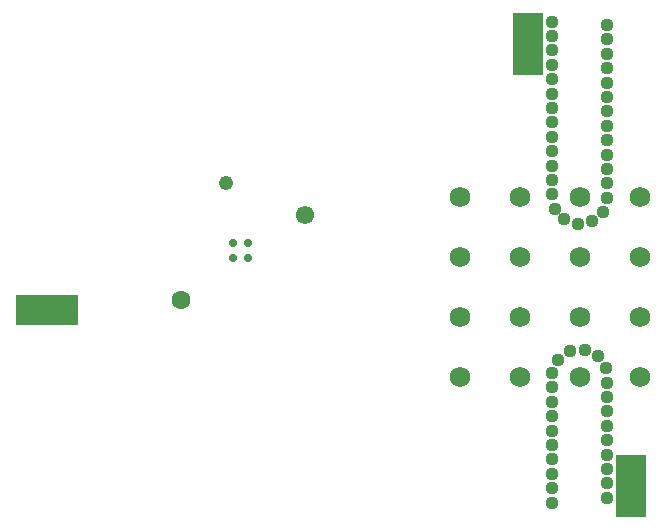
<source format=gbr>
%TF.GenerationSoftware,Altium Limited,Altium Designer,25.0.2 (28)*%
G04 Layer_Color=16711935*
%FSLAX45Y45*%
%MOMM*%
%TF.SameCoordinates,851EA07A-CAD4-451F-9E8F-DAFD993EE7E7*%
%TF.FilePolarity,Negative*%
%TF.FileFunction,Soldermask,Bot*%
%TF.Part,Single*%
G01*
G75*
%TA.AperFunction,ConnectorPad*%
%ADD43R,2.61620X5.28320*%
%ADD48R,5.28320X2.61620*%
%TA.AperFunction,ViaPad*%
%ADD52C,1.54940*%
%ADD53C,1.60020*%
%TA.AperFunction,ComponentPad*%
%ADD54C,1.72720*%
%TA.AperFunction,ViaPad*%
%ADD55C,1.21920*%
%ADD56C,1.11760*%
%ADD57C,0.70320*%
D43*
X7766050Y2832100D02*
D03*
X6889750Y6578600D02*
D03*
D48*
X2819400Y4324350D02*
D03*
D52*
X5006340Y5130800D02*
D03*
D53*
X3949700Y4406900D02*
D03*
D54*
X7835900Y5283200D02*
D03*
Y4775200D02*
D03*
Y4267200D02*
D03*
Y3759200D02*
D03*
X7327900Y5283200D02*
D03*
Y4775200D02*
D03*
Y4267200D02*
D03*
Y3759200D02*
D03*
X6819900Y5283200D02*
D03*
Y4775200D02*
D03*
Y4267200D02*
D03*
Y3759200D02*
D03*
X6311900Y5283200D02*
D03*
Y4775200D02*
D03*
Y4267200D02*
D03*
Y3759200D02*
D03*
D55*
X4330700Y5397500D02*
D03*
D56*
X7243638Y3975573D02*
D03*
X7145648Y3903030D02*
D03*
X7097914Y3790843D02*
D03*
X7094766Y3668964D02*
D03*
Y3547044D02*
D03*
Y3425124D02*
D03*
Y3303204D02*
D03*
Y3181284D02*
D03*
Y3059364D02*
D03*
Y2937444D02*
D03*
X7095752Y2815528D02*
D03*
Y2693608D02*
D03*
X7560048Y2734353D02*
D03*
X7561034Y2856269D02*
D03*
Y2978189D02*
D03*
Y3100109D02*
D03*
Y3222029D02*
D03*
Y3343949D02*
D03*
Y3465869D02*
D03*
Y3587789D02*
D03*
Y3709709D02*
D03*
X7548968Y3831031D02*
D03*
X7482280Y3933096D02*
D03*
X7373121Y3987398D02*
D03*
X7095752Y6765739D02*
D03*
Y6643819D02*
D03*
X7094766Y6521903D02*
D03*
Y6399983D02*
D03*
Y6278063D02*
D03*
Y6156143D02*
D03*
Y6034223D02*
D03*
Y5912303D02*
D03*
Y5790383D02*
D03*
Y5668463D02*
D03*
Y5546543D02*
D03*
Y5424623D02*
D03*
Y5302703D02*
D03*
X7118112Y5183039D02*
D03*
X7197583Y5090579D02*
D03*
X7312925Y5051074D02*
D03*
X7432377Y5075483D02*
D03*
X7523060Y5156975D02*
D03*
X7560026Y5273156D02*
D03*
X7561034Y5395072D02*
D03*
Y5516992D02*
D03*
Y5638912D02*
D03*
Y5760832D02*
D03*
Y5882752D02*
D03*
Y6004672D02*
D03*
Y6126592D02*
D03*
Y6248512D02*
D03*
Y6370432D02*
D03*
Y6492352D02*
D03*
X7560048Y6614268D02*
D03*
Y6736188D02*
D03*
D57*
X4392700Y4891000D02*
D03*
X4522700D02*
D03*
X4392700Y4761000D02*
D03*
X4522700D02*
D03*
%TF.MD5,475934ce8a4b04421536d9b7b17a4a03*%
M02*

</source>
